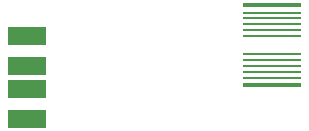
<source format=gbp>
G04 Layer_Color=128*
%FSLAX25Y25*%
%MOIN*%
G70*
G01*
G75*
%ADD10R,0.19685X0.00787*%
%ADD17R,0.12795X0.05906*%
%ADD18R,0.19685X0.01575*%
D10*
X133300Y35546D02*
D03*
Y37515D02*
D03*
Y39483D02*
D03*
Y41452D02*
D03*
Y43420D02*
D03*
Y49326D02*
D03*
Y51294D02*
D03*
Y53263D02*
D03*
Y55231D02*
D03*
Y57200D02*
D03*
D17*
X51500Y21721D02*
D03*
Y31563D02*
D03*
Y39437D02*
D03*
Y49279D02*
D03*
D18*
X133300Y59562D02*
D03*
Y33183D02*
D03*
M02*

</source>
